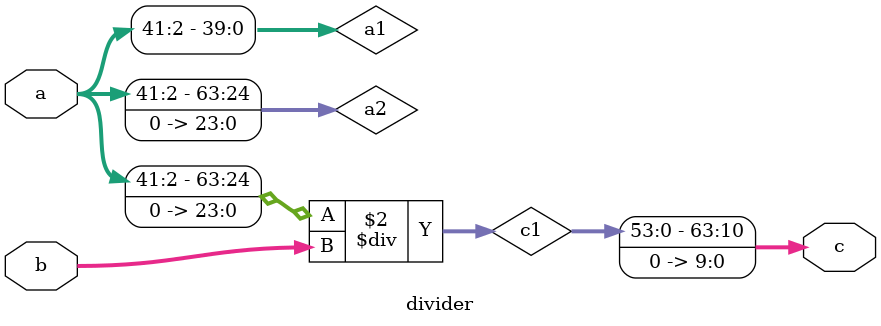
<source format=v>
module divider(a,b,c);

input signed [63:0] a, b;
output signed [63:0] c;

parameter k1 = 10, k2 = 30;

wire signed [k1 + k2 - 1:0] a1;
wire signed [63:0] a2;
wire signed [63:0] c1;
           
assign a1 = a[31+k1:32-k2];
assign a2 = a1 <<< (64 - k1 - k2);
assign c1 = a2 / b;
assign c = c1 <<< k1;

endmodule
</source>
